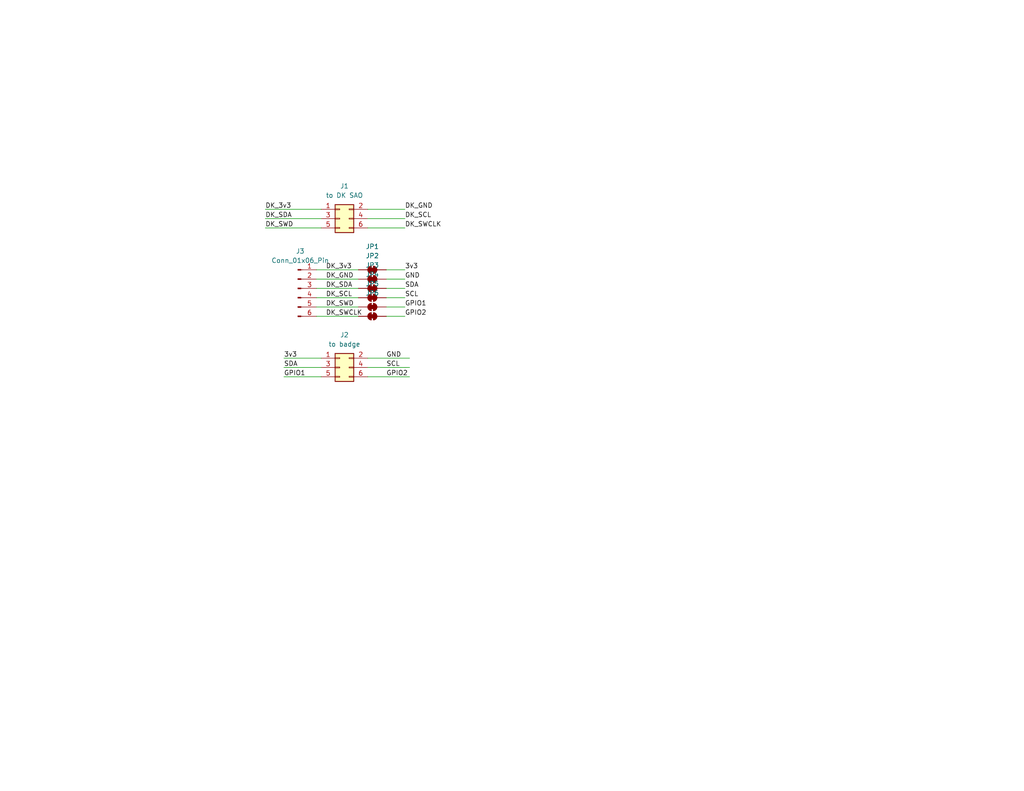
<source format=kicad_sch>
(kicad_sch (version 20231120) (generator "eeschema") (generator_version "8.0")
  (paper "USLetter")
  (lib_symbols
    (symbol "Connector:Conn_01x06_Pin" (pin_names (offset 1.016) hide)
      (property "Reference" "J" (at 0 7.62 0))
      (property "Value" "Conn_01x06_Pin" (at 0 -10.16 0))
      (symbol "Conn_01x06_Pin_1_1"
        (polyline (pts (xy 1.27 -7.62) (xy 0.8636 -7.62)) (stroke (width 0.1524)))
        (polyline (pts (xy 1.27 -5.08) (xy 0.8636 -5.08)) (stroke (width 0.1524)))
        (polyline (pts (xy 1.27 -2.54) (xy 0.8636 -2.54)) (stroke (width 0.1524)))
        (polyline (pts (xy 1.27 0) (xy 0.8636 0)) (stroke (width 0.1524)))
        (polyline (pts (xy 1.27 2.54) (xy 0.8636 2.54)) (stroke (width 0.1524)))
        (polyline (pts (xy 1.27 5.08) (xy 0.8636 5.08)) (stroke (width 0.1524)))
        (rectangle (start 0.8636 -7.493) (end 0 -7.747) (stroke (width 0.1524)) (fill (type outline)))
        (rectangle (start 0.8636 -4.953) (end 0 -5.207) (stroke (width 0.1524)) (fill (type outline)))
        (rectangle (start 0.8636 -2.413) (end 0 -2.667) (stroke (width 0.1524)) (fill (type outline)))
        (rectangle (start 0.8636 0.127) (end 0 -0.127) (stroke (width 0.1524)) (fill (type outline)))
        (rectangle (start 0.8636 2.667) (end 0 2.413) (stroke (width 0.1524)) (fill (type outline)))
        (rectangle (start 0.8636 5.207) (end 0 4.953) (stroke (width 0.1524)) (fill (type outline)))
        (pin passive line (at 5.08 5.08 180) (length 3.81) (name "Pin_1") (number "1"))
        (pin passive line (at 5.08 2.54 180) (length 3.81) (name "Pin_2") (number "2"))
        (pin passive line (at 5.08 0 180) (length 3.81) (name "Pin_3") (number "3"))
        (pin passive line (at 5.08 -2.54 180) (length 3.81) (name "Pin_4") (number "4"))
        (pin passive line (at 5.08 -5.08 180) (length 3.81) (name "Pin_5") (number "5"))
        (pin passive line (at 5.08 -7.62 180) (length 3.81) (name "Pin_6") (number "6"))
      )
    )
    (symbol "Connector_Generic:Conn_02x03_Odd_Even" (pin_names (offset 1.016) hide)
      (property "Reference" "J" (at 1.27 5.08 0))
      (property "Value" "Conn_02x03_Odd_Even" (at 1.27 -5.08 0))
      (symbol "Conn_02x03_Odd_Even_1_1"
        (rectangle (start -1.27 -2.413) (end 0 -2.667) (stroke (width 0.1524)))
        (rectangle (start -1.27 0.127) (end 0 -0.127) (stroke (width 0.1524)))
        (rectangle (start -1.27 2.667) (end 0 2.413) (stroke (width 0.1524)))
        (rectangle (start -1.27 3.81) (end 3.81 -3.81) (stroke (width 0.254)) (fill (type background)))
        (rectangle (start 3.81 -2.413) (end 2.54 -2.667) (stroke (width 0.1524)))
        (rectangle (start 3.81 0.127) (end 2.54 -0.127) (stroke (width 0.1524)))
        (rectangle (start 3.81 2.667) (end 2.54 2.413) (stroke (width 0.1524)))
        (pin passive line (at -5.08 2.54 0) (length 3.81) (name "Pin_1") (number "1"))
        (pin passive line (at 7.62 2.54 180) (length 3.81) (name "Pin_2") (number "2"))
        (pin passive line (at -5.08 0 0) (length 3.81) (name "Pin_3") (number "3"))
        (pin passive line (at 7.62 0 180) (length 3.81) (name "Pin_4") (number "4"))
        (pin passive line (at -5.08 -2.54 0) (length 3.81) (name "Pin_5") (number "5"))
        (pin passive line (at 7.62 -2.54 180) (length 3.81) (name "Pin_6") (number "6"))
      )
    )
    (symbol "Jumper:SolderJumper_2_Bridged" (pin_numbers hide) (pin_names (offset 0) hide) (exclude_from_sim yes) (in_bom no)
      (property "Reference" "JP" (at 0 2.032 0))
      (property "Value" "SolderJumper_2_Bridged" (at 0 -2.54 0))
      (symbol "SolderJumper_2_Bridged_0_1"
        (rectangle (start -0.508 0.508) (end 0.508 -0.508) (fill (type outline)))
        (arc (start -0.254 1.016) (mid -1.2656 0) (end -0.254 -1.016))
        (arc (start -0.254 1.016) (mid -1.2656 0) (end -0.254 -1.016) (fill (type outline)))
        (polyline (pts (xy -0.254 1.016) (xy -0.254 -1.016)))
        (polyline (pts (xy 0.254 1.016) (xy 0.254 -1.016)))
        (arc (start 0.254 -1.016) (mid 1.2656 0) (end 0.254 1.016))
        (arc (start 0.254 -1.016) (mid 1.2656 0) (end 0.254 1.016) (fill (type outline)))
      )
      (symbol "SolderJumper_2_Bridged_1_1"
        (pin passive line (at -3.81 0 0) (length 2.54) (name "A") (number "1"))
        (pin passive line (at 3.81 0 180) (length 2.54) (name "B") (number "2"))
      )
    )
  )
  (wire (pts (xy 86.36 76.2) (xy 97.79 76.2)))
  (wire (pts (xy 72.39 62.23) (xy 87.63 62.23)))
  (wire (pts (xy 100.33 59.69) (xy 110.49 59.69)))
  (wire (pts (xy 100.33 62.23) (xy 110.49 62.23)))
  (wire (pts (xy 72.39 59.69) (xy 87.63 59.69)))
  (wire (pts (xy 100.33 102.87) (xy 111.76 102.87)))
  (wire (pts (xy 86.36 73.66) (xy 97.79 73.66)))
  (wire (pts (xy 105.41 86.36) (xy 110.49 86.36)))
  (wire (pts (xy 105.41 76.2) (xy 110.49 76.2)))
  (wire (pts (xy 100.33 57.15) (xy 110.49 57.15)))
  (wire (pts (xy 100.33 97.79) (xy 111.76 97.79)))
  (wire (pts (xy 105.41 81.28) (xy 110.49 81.28)))
  (wire (pts (xy 86.36 83.82) (xy 97.79 83.82)))
  (wire (pts (xy 105.41 73.66) (xy 110.49 73.66)))
  (wire (pts (xy 72.39 57.15) (xy 87.63 57.15)))
  (wire (pts (xy 77.47 100.33) (xy 87.63 100.33)))
  (wire (pts (xy 77.47 97.79) (xy 87.63 97.79)))
  (wire (pts (xy 77.47 102.87) (xy 87.63 102.87)))
  (wire (pts (xy 86.36 78.74) (xy 97.79 78.74)))
  (wire (pts (xy 86.36 86.36) (xy 97.79 86.36)))
  (wire (pts (xy 86.36 81.28) (xy 97.79 81.28)))
  (wire (pts (xy 105.41 83.82) (xy 110.49 83.82)))
  (wire (pts (xy 100.33 100.33) (xy 111.76 100.33)))
  (wire (pts (xy 105.41 78.74) (xy 110.49 78.74)))
  (label "DK_SWD" (at 88.9 83.82 0))
  (label "DK_SDA" (at 72.39 59.69 0))
  (label "DK_SCL" (at 110.49 59.69 0))
  (label "DK_SWD" (at 72.39 62.23 0))
  (label "GPIO1" (at 77.47 102.87 0))
  (label "3v3" (at 110.49 73.66 0))
  (label "SCL" (at 110.49 81.28 0))
  (label "SCL" (at 105.41 100.33 0))
  (label "DK_GND" (at 88.9 76.2 0))
  (label "DK_SWCLK" (at 110.49 62.23 0))
  (label "SDA" (at 110.49 78.74 0))
  (label "GPIO2" (at 105.41 102.87 0))
  (label "SDA" (at 77.47 100.33 0))
  (label "DK_GND" (at 110.49 57.15 0))
  (label "GPIO1" (at 110.49 83.82 0))
  (label "GND" (at 110.49 76.2 0))
  (label "GND" (at 105.41 97.79 0))
  (label "DK_SWCLK" (at 88.9 86.36 0))
  (label "DK_SCL" (at 88.9 81.28 0))
  (label "GPIO2" (at 110.49 86.36 0))
  (label "3v3" (at 77.47 97.79 0))
  (label "DK_3v3" (at 72.39 57.15 0))
  (label "DK_SDA" (at 88.9 78.74 0))
  (label "DK_3v3" (at 88.9 73.66 0))
  (symbol (lib_id "Jumper:SolderJumper_2_Bridged") (at 101.6 73.66 0) (unit 1) (exclude_from_sim yes) (in_bom no)
    (property "Reference" "JP1" (at 101.6 67.31 0))
    (property "Value" "SolderJumper_2_Bridged" (effects (hide yes)))
    (property "Footprint" "Jumper:SolderJumper-2_P1.3mm_Bridged_Pad1.0x1.5mm" (effects (hide yes)))
    (property "Description" "Solder Jumper, 2-pole, closed/bridged" (effects (hide yes)))
  )
  (symbol (lib_id "Connector_Generic:Conn_02x03_Odd_Even") (at 92.71 100.33 0) (unit 1)
    (property "Reference" "J2" (at 93.98 91.44 0))
    (property "Value" "to badge" (at 93.98 93.98 0))
    (property "Footprint" "Connector_PinHeader_2.54mm:PinHeader_2x03_P2.54mm_Vertical" (effects (hide yes)))
    (property "Description" "Generic connector, double row, 02x03, odd/even pin numbering scheme (row 1 odd numbers, row 2 even numbers), script generated (kicad-library-utils/schlib/autogen/connector/)" (effects (hide yes)))
  )
  (symbol (lib_id "Jumper:SolderJumper_2_Bridged") (at 101.6 83.82 0) (unit 1) (exclude_from_sim yes) (in_bom no)
    (property "Reference" "JP5" (at 101.6 77.47 0))
    (property "Value" "SolderJumper_2_Bridged" (effects (hide yes)))
    (property "Footprint" "Jumper:SolderJumper-2_P1.3mm_Bridged_Pad1.0x1.5mm" (effects (hide yes)))
    (property "Description" "Solder Jumper, 2-pole, closed/bridged" (effects (hide yes)))
  )
  (symbol (lib_id "Jumper:SolderJumper_2_Bridged") (at 101.6 76.2 0) (unit 1) (exclude_from_sim yes) (in_bom no)
    (property "Reference" "JP2" (at 101.6 69.85 0))
    (property "Value" "SolderJumper_2_Bridged" (effects (hide yes)))
    (property "Footprint" "Jumper:SolderJumper-2_P1.3mm_Bridged_Pad1.0x1.5mm" (effects (hide yes)))
    (property "Description" "Solder Jumper, 2-pole, closed/bridged" (effects (hide yes)))
  )
  (symbol (lib_id "Connector:Conn_01x06_Pin") (at 81.28 78.74 0) (unit 1)
    (property "Reference" "J3" (at 81.915 68.58 0))
    (property "Value" "Conn_01x06_Pin" (at 81.915 71.12 0))
    (property "Footprint" "Connector_PinHeader_2.54mm:PinHeader_1x06_P2.54mm_Horizontal" (effects (hide yes)))
    (property "Description" "Generic connector, single row, 01x06, script generated" (effects (hide yes)))
  )
  (symbol (lib_id "Connector_Generic:Conn_02x03_Odd_Even") (at 92.71 59.69 0) (unit 1)
    (property "Reference" "J1" (at 93.98 50.8 0))
    (property "Value" "to DK SAO" (at 93.98 53.34 0))
    (property "Footprint" "Connector_PinHeader_2.54mm:PinHeader_2x03_P2.54mm_Vertical" (effects (hide yes)))
    (property "Description" "Generic connector, double row, 02x03, odd/even pin numbering scheme (row 1 odd numbers, row 2 even numbers), script generated (kicad-library-utils/schlib/autogen/connector/)" (effects (hide yes)))
  )
  (symbol (lib_id "Jumper:SolderJumper_2_Bridged") (at 101.6 81.28 0) (unit 1) (exclude_from_sim yes) (in_bom no)
    (property "Reference" "JP4" (at 101.6 74.93 0))
    (property "Value" "SolderJumper_2_Bridged" (effects (hide yes)))
    (property "Footprint" "Jumper:SolderJumper-2_P1.3mm_Bridged_Pad1.0x1.5mm" (effects (hide yes)))
    (property "Description" "Solder Jumper, 2-pole, closed/bridged" (effects (hide yes)))
  )
  (symbol (lib_id "Jumper:SolderJumper_2_Bridged") (at 101.6 78.74 0) (unit 1) (exclude_from_sim yes) (in_bom no)
    (property "Reference" "JP3" (at 101.6 72.39 0))
    (property "Value" "SolderJumper_2_Bridged" (effects (hide yes)))
    (property "Footprint" "Jumper:SolderJumper-2_P1.3mm_Bridged_Pad1.0x1.5mm" (effects (hide yes)))
    (property "Description" "Solder Jumper, 2-pole, closed/bridged" (effects (hide yes)))
  )
  (symbol (lib_id "Jumper:SolderJumper_2_Bridged") (at 101.6 86.36 0) (unit 1) (exclude_from_sim yes) (in_bom no)
    (property "Reference" "JP6" (at 101.6 80.01 0))
    (property "Value" "SolderJumper_2_Bridged" (effects (hide yes)))
    (property "Footprint" "Jumper:SolderJumper-2_P1.3mm_Bridged_Pad1.0x1.5mm" (effects (hide yes)))
    (property "Description" "Solder Jumper, 2-pole, closed/bridged" (effects (hide yes)))
  )
)
</source>
